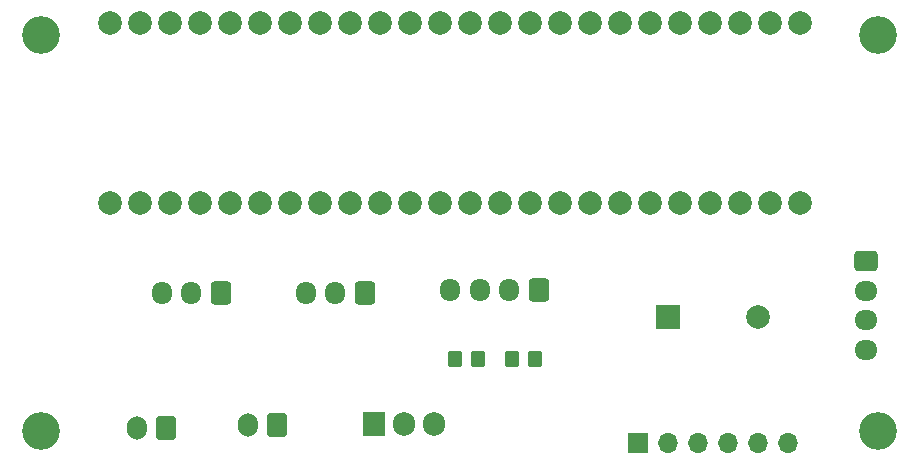
<source format=gbr>
%TF.GenerationSoftware,KiCad,Pcbnew,8.0.2-1*%
%TF.CreationDate,2024-12-19T12:14:32-05:00*%
%TF.ProjectId,Frame PCB v3,4672616d-6520-4504-9342-2076332e6b69,rev?*%
%TF.SameCoordinates,Original*%
%TF.FileFunction,Soldermask,Top*%
%TF.FilePolarity,Negative*%
%FSLAX46Y46*%
G04 Gerber Fmt 4.6, Leading zero omitted, Abs format (unit mm)*
G04 Created by KiCad (PCBNEW 8.0.2-1) date 2024-12-19 12:14:32*
%MOMM*%
%LPD*%
G01*
G04 APERTURE LIST*
G04 Aperture macros list*
%AMRoundRect*
0 Rectangle with rounded corners*
0 $1 Rounding radius*
0 $2 $3 $4 $5 $6 $7 $8 $9 X,Y pos of 4 corners*
0 Add a 4 corners polygon primitive as box body*
4,1,4,$2,$3,$4,$5,$6,$7,$8,$9,$2,$3,0*
0 Add four circle primitives for the rounded corners*
1,1,$1+$1,$2,$3*
1,1,$1+$1,$4,$5*
1,1,$1+$1,$6,$7*
1,1,$1+$1,$8,$9*
0 Add four rect primitives between the rounded corners*
20,1,$1+$1,$2,$3,$4,$5,0*
20,1,$1+$1,$4,$5,$6,$7,0*
20,1,$1+$1,$6,$7,$8,$9,0*
20,1,$1+$1,$8,$9,$2,$3,0*%
G04 Aperture macros list end*
%ADD10RoundRect,0.250000X0.600000X0.725000X-0.600000X0.725000X-0.600000X-0.725000X0.600000X-0.725000X0*%
%ADD11O,1.700000X1.950000*%
%ADD12C,3.200000*%
%ADD13C,2.000000*%
%ADD14RoundRect,0.250000X0.600000X0.750000X-0.600000X0.750000X-0.600000X-0.750000X0.600000X-0.750000X0*%
%ADD15O,1.700000X2.000000*%
%ADD16RoundRect,0.250000X-0.725000X0.600000X-0.725000X-0.600000X0.725000X-0.600000X0.725000X0.600000X0*%
%ADD17O,1.950000X1.700000*%
%ADD18R,2.000000X2.000000*%
%ADD19RoundRect,0.250000X-0.350000X-0.450000X0.350000X-0.450000X0.350000X0.450000X-0.350000X0.450000X0*%
%ADD20R,1.700000X1.700000*%
%ADD21O,1.700000X1.700000*%
%ADD22R,1.905000X2.000000*%
%ADD23O,1.905000X2.000000*%
G04 APERTURE END LIST*
D10*
%TO.C,J1*%
X136144000Y-79756000D03*
D11*
X133644000Y-79756000D03*
X131144000Y-79756000D03*
%TD*%
D12*
%TO.C,H3*%
X191770000Y-91440000D03*
%TD*%
D13*
%TO.C,Teensy4.1*%
X126746000Y-72136000D03*
X129286000Y-72136000D03*
X131826000Y-72136000D03*
X134366000Y-72136000D03*
X136906000Y-72136000D03*
X139446000Y-72136000D03*
X141986000Y-72136000D03*
X144526000Y-72136000D03*
X147066000Y-72136000D03*
X149606000Y-72136000D03*
X152146000Y-72136000D03*
X154686000Y-72136000D03*
X157226000Y-72136000D03*
X159766000Y-72136000D03*
X162306000Y-72136000D03*
X164846000Y-72136000D03*
X167386000Y-72136000D03*
X169926000Y-72136000D03*
X172466000Y-72136000D03*
X175006000Y-72136000D03*
X177546000Y-72136000D03*
X180086000Y-72136000D03*
X182626000Y-72136000D03*
X185166000Y-72136000D03*
X185166000Y-56896000D03*
X182626000Y-56896000D03*
X180086000Y-56896000D03*
X177546000Y-56896000D03*
X175006000Y-56896000D03*
X172466000Y-56896000D03*
X169926000Y-56896000D03*
X167386000Y-56896000D03*
X164846000Y-56896000D03*
X162306000Y-56896000D03*
X159766000Y-56896000D03*
X157226000Y-56896000D03*
X154686000Y-56896000D03*
X152146000Y-56896000D03*
X149606000Y-56896000D03*
X147066000Y-56896000D03*
X144526000Y-56896000D03*
X141986000Y-56896000D03*
X139446000Y-56896000D03*
X136906000Y-56896000D03*
X134366000Y-56896000D03*
X131826000Y-56896000D03*
X129286000Y-56896000D03*
X126746000Y-56896000D03*
%TD*%
D14*
%TO.C,J3*%
X131532000Y-91186000D03*
D15*
X129032000Y-91186000D03*
%TD*%
D12*
%TO.C,H4*%
X120904000Y-91440000D03*
%TD*%
%TO.C,H1*%
X191770000Y-57912000D03*
%TD*%
D10*
%TO.C,SensorBoard1*%
X163068000Y-79502000D03*
D11*
X160568000Y-79502000D03*
X158068000Y-79502000D03*
X155568000Y-79502000D03*
%TD*%
D16*
%TO.C,VehiclePowerOn1*%
X190754000Y-77082000D03*
D17*
X190754000Y-79582000D03*
X190754000Y-82082000D03*
X190754000Y-84582000D03*
%TD*%
D12*
%TO.C,H2*%
X120904000Y-57912000D03*
%TD*%
D14*
%TO.C,J6*%
X140930000Y-90932000D03*
D15*
X138430000Y-90932000D03*
%TD*%
D18*
%TO.C,BZ1*%
X174000000Y-81788000D03*
D13*
X181600000Y-81788000D03*
%TD*%
D10*
%TO.C,J2*%
X148336000Y-79756000D03*
D11*
X145836000Y-79756000D03*
X143336000Y-79756000D03*
%TD*%
D19*
%TO.C,R1*%
X155956000Y-85344000D03*
X157956000Y-85344000D03*
%TD*%
%TO.C,R2*%
X160782000Y-85344000D03*
X162782000Y-85344000D03*
%TD*%
D20*
%TO.C,BH1*%
X171450000Y-92456000D03*
D21*
X173990000Y-92456000D03*
X176530000Y-92456000D03*
X179070000Y-92456000D03*
X181610000Y-92456000D03*
X184150000Y-92456000D03*
%TD*%
D22*
%TO.C,q1*%
X149098000Y-90861000D03*
D23*
X151638000Y-90861000D03*
X154178000Y-90861000D03*
%TD*%
M02*

</source>
